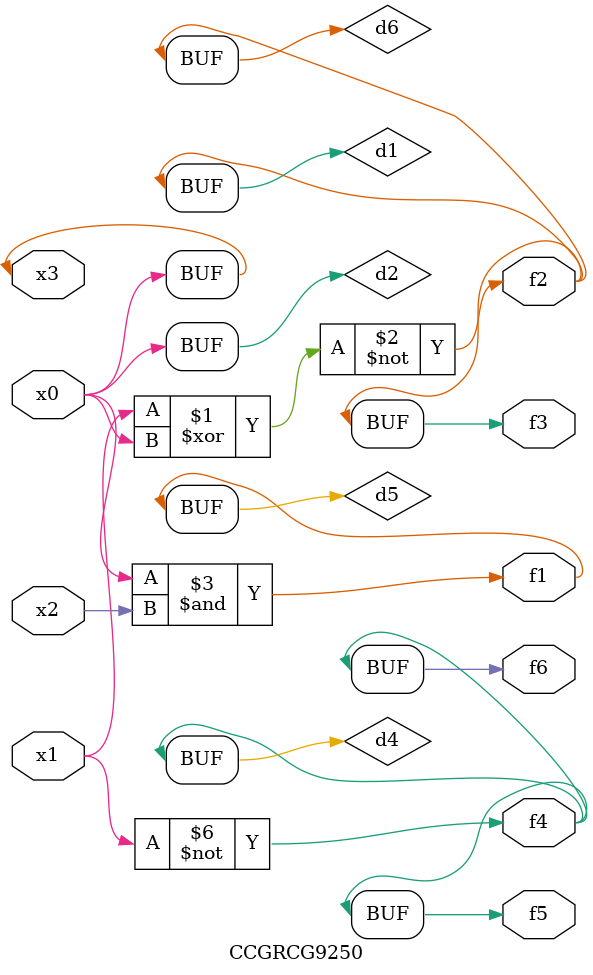
<source format=v>
module CCGRCG9250(
	input x0, x1, x2, x3,
	output f1, f2, f3, f4, f5, f6
);

	wire d1, d2, d3, d4, d5, d6;

	xnor (d1, x1, x3);
	buf (d2, x0, x3);
	nand (d3, x0, x2);
	not (d4, x1);
	nand (d5, d3);
	or (d6, d1);
	assign f1 = d5;
	assign f2 = d6;
	assign f3 = d6;
	assign f4 = d4;
	assign f5 = d4;
	assign f6 = d4;
endmodule

</source>
